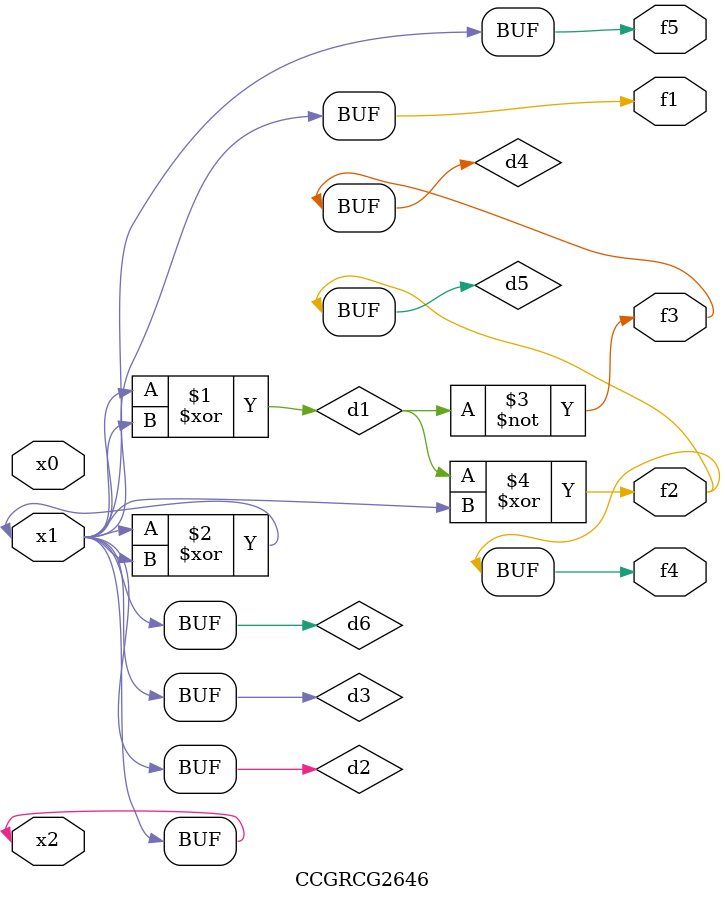
<source format=v>
module CCGRCG2646(
	input x0, x1, x2,
	output f1, f2, f3, f4, f5
);

	wire d1, d2, d3, d4, d5, d6;

	xor (d1, x1, x2);
	buf (d2, x1, x2);
	xor (d3, x1, x2);
	nor (d4, d1);
	xor (d5, d1, d2);
	buf (d6, d2, d3);
	assign f1 = d6;
	assign f2 = d5;
	assign f3 = d4;
	assign f4 = d5;
	assign f5 = d6;
endmodule

</source>
